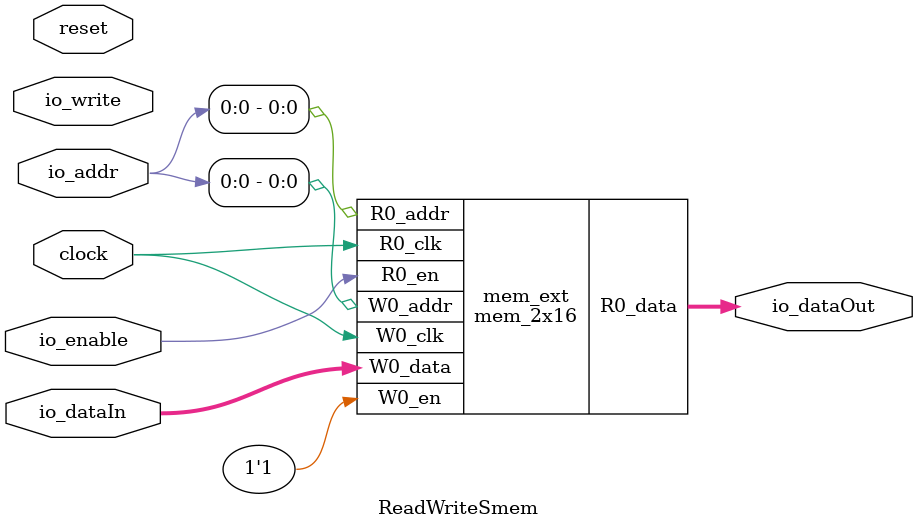
<source format=v>
module mem_2x16(
  input         R0_addr,
                R0_en,
                R0_clk,
                W0_addr,
                W0_en,
                W0_clk,
  input  [15:0] W0_data,
  output [15:0] R0_data
);

  reg [15:0] Memory[0:1];
  reg        _R0_en_d0;
  reg        _R0_addr_d0;
  always @(posedge R0_clk) begin
    _R0_en_d0 <= R0_en;
    _R0_addr_d0 <= R0_addr;
  end // always @(posedge)
  always @(posedge W0_clk) begin
    if (W0_en)
      Memory[W0_addr] <= W0_data;
  end // always @(posedge)
  assign R0_data = _R0_en_d0 ? Memory[_R0_addr_d0] : 16'bx;
endmodule

module ReadWriteSmem(
  input         clock,
                reset,
                io_enable,
                io_write,
  input  [9:0]  io_addr,
  input  [15:0] io_dataIn,
  output [15:0] io_dataOut
);

  mem_2x16 mem_ext (
    .R0_addr (io_addr[0]),
    .R0_en   (io_enable),
    .R0_clk  (clock),
    .W0_addr (io_addr[0]),
    .W0_en   (1'h1),
    .W0_clk  (clock),
    .W0_data (io_dataIn),
    .R0_data (io_dataOut)
  );
endmodule


</source>
